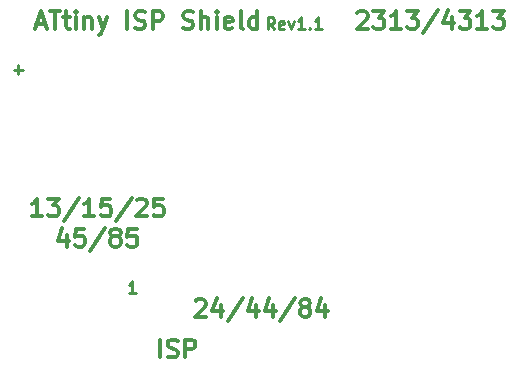
<source format=gto>
G04 #@! TF.GenerationSoftware,KiCad,Pcbnew,no-vcs-found-104b606~61~ubuntu17.10.1*
G04 #@! TF.CreationDate,2018-02-15T12:22:05+01:00*
G04 #@! TF.ProjectId,arduino_isp_shield,61726475696E6F5F6973705F73686965,rev?*
G04 #@! TF.SameCoordinates,Original*
G04 #@! TF.FileFunction,Legend,Top*
G04 #@! TF.FilePolarity,Positive*
%FSLAX46Y46*%
G04 Gerber Fmt 4.6, Leading zero omitted, Abs format (unit mm)*
G04 Created by KiCad (PCBNEW no-vcs-found-104b606~61~ubuntu17.10.1) date Thu Feb 15 12:22:05 2018*
%MOMM*%
%LPD*%
G01*
G04 APERTURE LIST*
%ADD10C,0.250000*%
%ADD11C,0.300000*%
G04 APERTURE END LIST*
D10*
X123317047Y-84780428D02*
X124078952Y-84780428D01*
X123698000Y-85161380D02*
X123698000Y-84399476D01*
D11*
X152408714Y-79966428D02*
X152480142Y-79895000D01*
X152623000Y-79823571D01*
X152980142Y-79823571D01*
X153123000Y-79895000D01*
X153194428Y-79966428D01*
X153265857Y-80109285D01*
X153265857Y-80252142D01*
X153194428Y-80466428D01*
X152337285Y-81323571D01*
X153265857Y-81323571D01*
X153765857Y-79823571D02*
X154694428Y-79823571D01*
X154194428Y-80395000D01*
X154408714Y-80395000D01*
X154551571Y-80466428D01*
X154623000Y-80537857D01*
X154694428Y-80680714D01*
X154694428Y-81037857D01*
X154623000Y-81180714D01*
X154551571Y-81252142D01*
X154408714Y-81323571D01*
X153980142Y-81323571D01*
X153837285Y-81252142D01*
X153765857Y-81180714D01*
X156123000Y-81323571D02*
X155265857Y-81323571D01*
X155694428Y-81323571D02*
X155694428Y-79823571D01*
X155551571Y-80037857D01*
X155408714Y-80180714D01*
X155265857Y-80252142D01*
X156623000Y-79823571D02*
X157551571Y-79823571D01*
X157051571Y-80395000D01*
X157265857Y-80395000D01*
X157408714Y-80466428D01*
X157480142Y-80537857D01*
X157551571Y-80680714D01*
X157551571Y-81037857D01*
X157480142Y-81180714D01*
X157408714Y-81252142D01*
X157265857Y-81323571D01*
X156837285Y-81323571D01*
X156694428Y-81252142D01*
X156623000Y-81180714D01*
X159265857Y-79752142D02*
X157980142Y-81680714D01*
X160408714Y-80323571D02*
X160408714Y-81323571D01*
X160051571Y-79752142D02*
X159694428Y-80823571D01*
X160623000Y-80823571D01*
X161051571Y-79823571D02*
X161980142Y-79823571D01*
X161480142Y-80395000D01*
X161694428Y-80395000D01*
X161837285Y-80466428D01*
X161908714Y-80537857D01*
X161980142Y-80680714D01*
X161980142Y-81037857D01*
X161908714Y-81180714D01*
X161837285Y-81252142D01*
X161694428Y-81323571D01*
X161265857Y-81323571D01*
X161123000Y-81252142D01*
X161051571Y-81180714D01*
X163408714Y-81323571D02*
X162551571Y-81323571D01*
X162980142Y-81323571D02*
X162980142Y-79823571D01*
X162837285Y-80037857D01*
X162694428Y-80180714D01*
X162551571Y-80252142D01*
X163908714Y-79823571D02*
X164837285Y-79823571D01*
X164337285Y-80395000D01*
X164551571Y-80395000D01*
X164694428Y-80466428D01*
X164765857Y-80537857D01*
X164837285Y-80680714D01*
X164837285Y-81037857D01*
X164765857Y-81180714D01*
X164694428Y-81252142D01*
X164551571Y-81323571D01*
X164123000Y-81323571D01*
X163980142Y-81252142D01*
X163908714Y-81180714D01*
X138700571Y-104350428D02*
X138772000Y-104279000D01*
X138914857Y-104207571D01*
X139272000Y-104207571D01*
X139414857Y-104279000D01*
X139486285Y-104350428D01*
X139557714Y-104493285D01*
X139557714Y-104636142D01*
X139486285Y-104850428D01*
X138629142Y-105707571D01*
X139557714Y-105707571D01*
X140843428Y-104707571D02*
X140843428Y-105707571D01*
X140486285Y-104136142D02*
X140129142Y-105207571D01*
X141057714Y-105207571D01*
X142700571Y-104136142D02*
X141414857Y-106064714D01*
X143843428Y-104707571D02*
X143843428Y-105707571D01*
X143486285Y-104136142D02*
X143129142Y-105207571D01*
X144057714Y-105207571D01*
X145272000Y-104707571D02*
X145272000Y-105707571D01*
X144914857Y-104136142D02*
X144557714Y-105207571D01*
X145486285Y-105207571D01*
X147129142Y-104136142D02*
X145843428Y-106064714D01*
X147843428Y-104850428D02*
X147700571Y-104779000D01*
X147629142Y-104707571D01*
X147557714Y-104564714D01*
X147557714Y-104493285D01*
X147629142Y-104350428D01*
X147700571Y-104279000D01*
X147843428Y-104207571D01*
X148129142Y-104207571D01*
X148272000Y-104279000D01*
X148343428Y-104350428D01*
X148414857Y-104493285D01*
X148414857Y-104564714D01*
X148343428Y-104707571D01*
X148272000Y-104779000D01*
X148129142Y-104850428D01*
X147843428Y-104850428D01*
X147700571Y-104921857D01*
X147629142Y-104993285D01*
X147557714Y-105136142D01*
X147557714Y-105421857D01*
X147629142Y-105564714D01*
X147700571Y-105636142D01*
X147843428Y-105707571D01*
X148129142Y-105707571D01*
X148272000Y-105636142D01*
X148343428Y-105564714D01*
X148414857Y-105421857D01*
X148414857Y-105136142D01*
X148343428Y-104993285D01*
X148272000Y-104921857D01*
X148129142Y-104850428D01*
X149700571Y-104707571D02*
X149700571Y-105707571D01*
X149343428Y-104136142D02*
X148986285Y-105207571D01*
X149914857Y-105207571D01*
X125714714Y-97193571D02*
X124857571Y-97193571D01*
X125286142Y-97193571D02*
X125286142Y-95693571D01*
X125143285Y-95907857D01*
X125000428Y-96050714D01*
X124857571Y-96122142D01*
X126214714Y-95693571D02*
X127143285Y-95693571D01*
X126643285Y-96265000D01*
X126857571Y-96265000D01*
X127000428Y-96336428D01*
X127071857Y-96407857D01*
X127143285Y-96550714D01*
X127143285Y-96907857D01*
X127071857Y-97050714D01*
X127000428Y-97122142D01*
X126857571Y-97193571D01*
X126429000Y-97193571D01*
X126286142Y-97122142D01*
X126214714Y-97050714D01*
X128857571Y-95622142D02*
X127571857Y-97550714D01*
X130143285Y-97193571D02*
X129286142Y-97193571D01*
X129714714Y-97193571D02*
X129714714Y-95693571D01*
X129571857Y-95907857D01*
X129429000Y-96050714D01*
X129286142Y-96122142D01*
X131500428Y-95693571D02*
X130786142Y-95693571D01*
X130714714Y-96407857D01*
X130786142Y-96336428D01*
X130929000Y-96265000D01*
X131286142Y-96265000D01*
X131429000Y-96336428D01*
X131500428Y-96407857D01*
X131571857Y-96550714D01*
X131571857Y-96907857D01*
X131500428Y-97050714D01*
X131429000Y-97122142D01*
X131286142Y-97193571D01*
X130929000Y-97193571D01*
X130786142Y-97122142D01*
X130714714Y-97050714D01*
X133286142Y-95622142D02*
X132000428Y-97550714D01*
X133714714Y-95836428D02*
X133786142Y-95765000D01*
X133929000Y-95693571D01*
X134286142Y-95693571D01*
X134429000Y-95765000D01*
X134500428Y-95836428D01*
X134571857Y-95979285D01*
X134571857Y-96122142D01*
X134500428Y-96336428D01*
X133643285Y-97193571D01*
X134571857Y-97193571D01*
X135929000Y-95693571D02*
X135214714Y-95693571D01*
X135143285Y-96407857D01*
X135214714Y-96336428D01*
X135357571Y-96265000D01*
X135714714Y-96265000D01*
X135857571Y-96336428D01*
X135929000Y-96407857D01*
X136000428Y-96550714D01*
X136000428Y-96907857D01*
X135929000Y-97050714D01*
X135857571Y-97122142D01*
X135714714Y-97193571D01*
X135357571Y-97193571D01*
X135214714Y-97122142D01*
X135143285Y-97050714D01*
X127786142Y-98743571D02*
X127786142Y-99743571D01*
X127429000Y-98172142D02*
X127071857Y-99243571D01*
X128000428Y-99243571D01*
X129286142Y-98243571D02*
X128571857Y-98243571D01*
X128500428Y-98957857D01*
X128571857Y-98886428D01*
X128714714Y-98815000D01*
X129071857Y-98815000D01*
X129214714Y-98886428D01*
X129286142Y-98957857D01*
X129357571Y-99100714D01*
X129357571Y-99457857D01*
X129286142Y-99600714D01*
X129214714Y-99672142D01*
X129071857Y-99743571D01*
X128714714Y-99743571D01*
X128571857Y-99672142D01*
X128500428Y-99600714D01*
X131071857Y-98172142D02*
X129786142Y-100100714D01*
X131786142Y-98886428D02*
X131643285Y-98815000D01*
X131571857Y-98743571D01*
X131500428Y-98600714D01*
X131500428Y-98529285D01*
X131571857Y-98386428D01*
X131643285Y-98315000D01*
X131786142Y-98243571D01*
X132071857Y-98243571D01*
X132214714Y-98315000D01*
X132286142Y-98386428D01*
X132357571Y-98529285D01*
X132357571Y-98600714D01*
X132286142Y-98743571D01*
X132214714Y-98815000D01*
X132071857Y-98886428D01*
X131786142Y-98886428D01*
X131643285Y-98957857D01*
X131571857Y-99029285D01*
X131500428Y-99172142D01*
X131500428Y-99457857D01*
X131571857Y-99600714D01*
X131643285Y-99672142D01*
X131786142Y-99743571D01*
X132071857Y-99743571D01*
X132214714Y-99672142D01*
X132286142Y-99600714D01*
X132357571Y-99457857D01*
X132357571Y-99172142D01*
X132286142Y-99029285D01*
X132214714Y-98957857D01*
X132071857Y-98886428D01*
X133714714Y-98243571D02*
X133000428Y-98243571D01*
X132929000Y-98957857D01*
X133000428Y-98886428D01*
X133143285Y-98815000D01*
X133500428Y-98815000D01*
X133643285Y-98886428D01*
X133714714Y-98957857D01*
X133786142Y-99100714D01*
X133786142Y-99457857D01*
X133714714Y-99600714D01*
X133643285Y-99672142D01*
X133500428Y-99743571D01*
X133143285Y-99743571D01*
X133000428Y-99672142D01*
X132929000Y-99600714D01*
X135695714Y-109136571D02*
X135695714Y-107636571D01*
X136338571Y-109065142D02*
X136552857Y-109136571D01*
X136910000Y-109136571D01*
X137052857Y-109065142D01*
X137124285Y-108993714D01*
X137195714Y-108850857D01*
X137195714Y-108708000D01*
X137124285Y-108565142D01*
X137052857Y-108493714D01*
X136910000Y-108422285D01*
X136624285Y-108350857D01*
X136481428Y-108279428D01*
X136410000Y-108208000D01*
X136338571Y-108065142D01*
X136338571Y-107922285D01*
X136410000Y-107779428D01*
X136481428Y-107708000D01*
X136624285Y-107636571D01*
X136981428Y-107636571D01*
X137195714Y-107708000D01*
X137838571Y-109136571D02*
X137838571Y-107636571D01*
X138410000Y-107636571D01*
X138552857Y-107708000D01*
X138624285Y-107779428D01*
X138695714Y-107922285D01*
X138695714Y-108136571D01*
X138624285Y-108279428D01*
X138552857Y-108350857D01*
X138410000Y-108422285D01*
X137838571Y-108422285D01*
D10*
X133635714Y-103703380D02*
X133064285Y-103703380D01*
X133350000Y-103703380D02*
X133350000Y-102703380D01*
X133254761Y-102846238D01*
X133159523Y-102941476D01*
X133064285Y-102989095D01*
D11*
X125227142Y-80895000D02*
X125941428Y-80895000D01*
X125084285Y-81323571D02*
X125584285Y-79823571D01*
X126084285Y-81323571D01*
X126370000Y-79823571D02*
X127227142Y-79823571D01*
X126798571Y-81323571D02*
X126798571Y-79823571D01*
X127512857Y-80323571D02*
X128084285Y-80323571D01*
X127727142Y-79823571D02*
X127727142Y-81109285D01*
X127798571Y-81252142D01*
X127941428Y-81323571D01*
X128084285Y-81323571D01*
X128584285Y-81323571D02*
X128584285Y-80323571D01*
X128584285Y-79823571D02*
X128512857Y-79895000D01*
X128584285Y-79966428D01*
X128655714Y-79895000D01*
X128584285Y-79823571D01*
X128584285Y-79966428D01*
X129298571Y-80323571D02*
X129298571Y-81323571D01*
X129298571Y-80466428D02*
X129370000Y-80395000D01*
X129512857Y-80323571D01*
X129727142Y-80323571D01*
X129870000Y-80395000D01*
X129941428Y-80537857D01*
X129941428Y-81323571D01*
X130512857Y-80323571D02*
X130870000Y-81323571D01*
X131227142Y-80323571D02*
X130870000Y-81323571D01*
X130727142Y-81680714D01*
X130655714Y-81752142D01*
X130512857Y-81823571D01*
X132941428Y-81323571D02*
X132941428Y-79823571D01*
X133584285Y-81252142D02*
X133798571Y-81323571D01*
X134155714Y-81323571D01*
X134298571Y-81252142D01*
X134370000Y-81180714D01*
X134441428Y-81037857D01*
X134441428Y-80895000D01*
X134370000Y-80752142D01*
X134298571Y-80680714D01*
X134155714Y-80609285D01*
X133870000Y-80537857D01*
X133727142Y-80466428D01*
X133655714Y-80395000D01*
X133584285Y-80252142D01*
X133584285Y-80109285D01*
X133655714Y-79966428D01*
X133727142Y-79895000D01*
X133870000Y-79823571D01*
X134227142Y-79823571D01*
X134441428Y-79895000D01*
X135084285Y-81323571D02*
X135084285Y-79823571D01*
X135655714Y-79823571D01*
X135798571Y-79895000D01*
X135870000Y-79966428D01*
X135941428Y-80109285D01*
X135941428Y-80323571D01*
X135870000Y-80466428D01*
X135798571Y-80537857D01*
X135655714Y-80609285D01*
X135084285Y-80609285D01*
X137655714Y-81252142D02*
X137870000Y-81323571D01*
X138227142Y-81323571D01*
X138370000Y-81252142D01*
X138441428Y-81180714D01*
X138512857Y-81037857D01*
X138512857Y-80895000D01*
X138441428Y-80752142D01*
X138370000Y-80680714D01*
X138227142Y-80609285D01*
X137941428Y-80537857D01*
X137798571Y-80466428D01*
X137727142Y-80395000D01*
X137655714Y-80252142D01*
X137655714Y-80109285D01*
X137727142Y-79966428D01*
X137798571Y-79895000D01*
X137941428Y-79823571D01*
X138298571Y-79823571D01*
X138512857Y-79895000D01*
X139155714Y-81323571D02*
X139155714Y-79823571D01*
X139798571Y-81323571D02*
X139798571Y-80537857D01*
X139727142Y-80395000D01*
X139584285Y-80323571D01*
X139370000Y-80323571D01*
X139227142Y-80395000D01*
X139155714Y-80466428D01*
X140512857Y-81323571D02*
X140512857Y-80323571D01*
X140512857Y-79823571D02*
X140441428Y-79895000D01*
X140512857Y-79966428D01*
X140584285Y-79895000D01*
X140512857Y-79823571D01*
X140512857Y-79966428D01*
X141798571Y-81252142D02*
X141655714Y-81323571D01*
X141370000Y-81323571D01*
X141227142Y-81252142D01*
X141155714Y-81109285D01*
X141155714Y-80537857D01*
X141227142Y-80395000D01*
X141370000Y-80323571D01*
X141655714Y-80323571D01*
X141798571Y-80395000D01*
X141870000Y-80537857D01*
X141870000Y-80680714D01*
X141155714Y-80823571D01*
X142727142Y-81323571D02*
X142584285Y-81252142D01*
X142512857Y-81109285D01*
X142512857Y-79823571D01*
X143941428Y-81323571D02*
X143941428Y-79823571D01*
X143941428Y-81252142D02*
X143798571Y-81323571D01*
X143512857Y-81323571D01*
X143370000Y-81252142D01*
X143298571Y-81180714D01*
X143227142Y-81037857D01*
X143227142Y-80609285D01*
X143298571Y-80466428D01*
X143370000Y-80395000D01*
X143512857Y-80323571D01*
X143798571Y-80323571D01*
X143941428Y-80395000D01*
D10*
X145375523Y-81351380D02*
X145042190Y-80875190D01*
X144804095Y-81351380D02*
X144804095Y-80351380D01*
X145185047Y-80351380D01*
X145280285Y-80399000D01*
X145327904Y-80446619D01*
X145375523Y-80541857D01*
X145375523Y-80684714D01*
X145327904Y-80779952D01*
X145280285Y-80827571D01*
X145185047Y-80875190D01*
X144804095Y-80875190D01*
X146185047Y-81303761D02*
X146089809Y-81351380D01*
X145899333Y-81351380D01*
X145804095Y-81303761D01*
X145756476Y-81208523D01*
X145756476Y-80827571D01*
X145804095Y-80732333D01*
X145899333Y-80684714D01*
X146089809Y-80684714D01*
X146185047Y-80732333D01*
X146232666Y-80827571D01*
X146232666Y-80922809D01*
X145756476Y-81018047D01*
X146566000Y-80684714D02*
X146804095Y-81351380D01*
X147042190Y-80684714D01*
X147946952Y-81351380D02*
X147375523Y-81351380D01*
X147661238Y-81351380D02*
X147661238Y-80351380D01*
X147566000Y-80494238D01*
X147470761Y-80589476D01*
X147375523Y-80637095D01*
X148375523Y-81256142D02*
X148423142Y-81303761D01*
X148375523Y-81351380D01*
X148327904Y-81303761D01*
X148375523Y-81256142D01*
X148375523Y-81351380D01*
X149375523Y-81351380D02*
X148804095Y-81351380D01*
X149089809Y-81351380D02*
X149089809Y-80351380D01*
X148994571Y-80494238D01*
X148899333Y-80589476D01*
X148804095Y-80637095D01*
M02*

</source>
